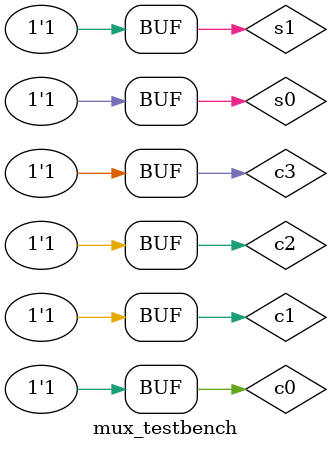
<source format=v>
`define DELAY 20
module mux_testbench(); 
reg c3,c2,c1,c0,s1,s0;
wire out;

mux_4x1 muxx(out,c0,c1, c2, c3 ,s1,s0);

initial begin
c0 = 1'b0; c1 = 1'b0; c2 = 1'b0 ;c3 = 1'b0;s0 = 1'b0;s1 = 1'b0;
#`DELAY;
c0 = 1'b0; c1 = 1'b0; c2 = 1'b0 ;c3 = 1'b0;s0 = 1'b0;s1 = 1'b1;
#`DELAY;
c0 = 1'b0; c1 = 1'b0; c2 = 1'b0 ;c3 = 1'b0;s0 = 1'b1;s1 = 1'b0;
#`DELAY;
c0 = 1'b0; c1 = 1'b0; c2 = 1'b0 ;c3 = 1'b0;s0 = 1'b1;s1 = 1'b1;
#`DELAY;
c0 = 1'b0; c1 = 1'b0; c2 = 1'b0 ;c3 = 1'b1;s0 = 1'b0;s1 = 1'b0;
#`DELAY;
c0 = 1'b0; c1 = 1'b0; c2 = 1'b0 ;c3 = 1'b1;s0 = 1'b0;s1 = 1'b1;
#`DELAY;
c0 = 1'b0; c1 = 1'b0; c2 = 1'b0 ;c3 = 1'b1;s0 = 1'b1;s1 = 1'b0;
#`DELAY;
c0 = 1'b0; c1 = 1'b0; c2 = 1'b0 ;c3 = 1'b1;s0 = 1'b1;s1 = 1'b1;
#`DELAY;
c0 = 1'b0; c1 = 1'b0; c2 = 1'b1 ;c3 = 1'b0;s0 = 1'b0;s1 = 1'b0;
#`DELAY;
c0 = 1'b0; c1 = 1'b0; c2 = 1'b1 ;c3 = 1'b0;s0 = 1'b0;s1 = 1'b1;
#`DELAY;
c0 = 1'b0; c1 = 1'b0; c2 = 1'b1 ;c3 = 1'b0;s0 = 1'b1;s1 = 1'b0;
#`DELAY;
c0 = 1'b0; c1 = 1'b0; c2 = 1'b1 ;c3 = 1'b0;s0 = 1'b1;s1 = 1'b1;
#`DELAY;
c0 = 1'b0; c1 = 1'b0; c2 = 1'b1 ;c3 = 1'b1;s0 = 1'b0;s1 = 1'b0;
#`DELAY;
c0 = 1'b0; c1 = 1'b0; c2 = 1'b1 ;c3 = 1'b1;s0 = 1'b0;s1 = 1'b1;
#`DELAY;
c0 = 1'b0; c1 = 1'b0; c2 = 1'b1 ;c3 = 1'b1;s0 = 1'b1;s1 = 1'b0;
#`DELAY;
c0 = 1'b0; c1 = 1'b0; c2 = 1'b1 ;c3 = 1'b1;s0 = 1'b1;s1 = 1'b1;
#`DELAY;
c0 = 1'b0; c1 = 1'b1; c2 = 1'b0 ;c3 = 1'b0;s0 = 1'b0;s1 = 1'b0;
#`DELAY;
c0 = 1'b0; c1 = 1'b1; c2 = 1'b0 ;c3 = 1'b0;s0 = 1'b0;s1 = 1'b1;
#`DELAY;
c0 = 1'b0; c1 = 1'b1; c2 = 1'b0 ;c3 = 1'b0;s0 = 1'b1;s1 = 1'b0;
#`DELAY;
c0 = 1'b0; c1 = 1'b1; c2 = 1'b0 ;c3 = 1'b0;s0 = 1'b1;s1 = 1'b1;
#`DELAY;
c0 = 1'b0; c1 = 1'b1; c2 = 1'b0 ;c3 = 1'b1;s0 = 1'b0;s1 = 1'b0;
#`DELAY;
c0 = 1'b0; c1 = 1'b1; c2 = 1'b0 ;c3 = 1'b1;s0 = 1'b0;s1 = 1'b1;
#`DELAY;
c0 = 1'b0; c1 = 1'b1; c2 = 1'b0 ;c3 = 1'b1;s0 = 1'b1;s1 = 1'b0;
#`DELAY;
c0 = 1'b0; c1 = 1'b1; c2 = 1'b0 ;c3 = 1'b1;s0 = 1'b1;s1 = 1'b1;
#`DELAY;
c0 = 1'b0; c1 = 1'b1; c2 = 1'b1 ;c3 = 1'b0;s0 = 1'b0;s1 = 1'b0;
#`DELAY;
c0 = 1'b0; c1 = 1'b1; c2 = 1'b1 ;c3 = 1'b0;s0 = 1'b0;s1 = 1'b1;
#`DELAY;
c0 = 1'b0; c1 = 1'b1; c2 = 1'b1 ;c3 = 1'b0;s0 = 1'b1;s1 = 1'b0;
#`DELAY;
c0 = 1'b0; c1 = 1'b1; c2 = 1'b1 ;c3 = 1'b0;s0 = 1'b1;s1 = 1'b1;
#`DELAY;
c0 = 1'b0; c1 = 1'b1; c2 = 1'b1 ;c3 = 1'b1;s0 = 1'b0;s1 = 1'b0;
#`DELAY;
c0 = 1'b0; c1 = 1'b1; c2 = 1'b1 ;c3 = 1'b1;s0 = 1'b0;s1 = 1'b1;
#`DELAY;
c0 = 1'b0; c1 = 1'b1; c2 = 1'b1 ;c3 = 1'b1;s0 = 1'b1;s1 = 1'b0;
#`DELAY;
c0 = 1'b0; c1 = 1'b1; c2 = 1'b1 ;c3 = 1'b1;s0 = 1'b1;s1 = 1'b1;
#`DELAY;
c0 = 1'b1; c1 = 1'b0; c2 = 1'b0 ;c3 = 1'b0;s0 = 1'b0;s1 = 1'b0;
#`DELAY;
c0 = 1'b1; c1 = 1'b0; c2 = 1'b0 ;c3 = 1'b0;s0 = 1'b0;s1 = 1'b1;
#`DELAY;
c0 = 1'b1; c1 = 1'b0; c2 = 1'b0 ;c3 = 1'b0;s0 = 1'b1;s1 = 1'b0;
#`DELAY;
c0 = 1'b1; c1 = 1'b0; c2 = 1'b0 ;c3 = 1'b0;s0 = 1'b1;s1 = 1'b1;
#`DELAY;
c0 = 1'b1; c1 = 1'b0; c2 = 1'b0 ;c3 = 1'b1;s0 = 1'b0;s1 = 1'b0;
#`DELAY;
c0 = 1'b1; c1 = 1'b0; c2 = 1'b0 ;c3 = 1'b1;s0 = 1'b0;s1 = 1'b1;
#`DELAY;
c0 = 1'b1; c1 = 1'b0; c2 = 1'b0 ;c3 = 1'b1;s0 = 1'b1;s1 = 1'b0;
#`DELAY;
c0 = 1'b1; c1 = 1'b0; c2 = 1'b0 ;c3 = 1'b1;s0 = 1'b1;s1 = 1'b1;
#`DELAY;
c0 = 1'b1; c1 = 1'b0; c2 = 1'b1 ;c3 = 1'b0;s0 = 1'b0;s1 = 1'b0;
#`DELAY;
c0 = 1'b1; c1 = 1'b0; c2 = 1'b1 ;c3 = 1'b0;s0 = 1'b0;s1 = 1'b1;
#`DELAY;
c0 = 1'b1; c1 = 1'b0; c2 = 1'b1 ;c3 = 1'b0;s0 = 1'b1;s1 = 1'b0;
#`DELAY;
c0 = 1'b1; c1 = 1'b0; c2 = 1'b1 ;c3 = 1'b0;s0 = 1'b1;s1 = 1'b1;
#`DELAY;
c0 = 1'b1; c1 = 1'b0; c2 = 1'b1 ;c3 = 1'b1;s0 = 1'b0;s1 = 1'b0;
#`DELAY;
c0 = 1'b1; c1 = 1'b0; c2 = 1'b1 ;c3 = 1'b1;s0 = 1'b0;s1 = 1'b1;
#`DELAY;
c0 = 1'b1; c1 = 1'b0; c2 = 1'b1 ;c3 = 1'b1;s0 = 1'b1;s1 = 1'b0;
#`DELAY;
c0 = 1'b1; c1 = 1'b0; c2 = 1'b1 ;c3 = 1'b1;s0 = 1'b1;s1 = 1'b1;
#`DELAY;
c0 = 1'b1; c1 = 1'b1; c2 = 1'b0 ;c3 = 1'b0;s0 = 1'b0;s1 = 1'b0;
#`DELAY;
c0 = 1'b1; c1 = 1'b1; c2 = 1'b0 ;c3 = 1'b0;s0 = 1'b0;s1 = 1'b1;
#`DELAY;
c0 = 1'b1; c1 = 1'b1; c2 = 1'b0 ;c3 = 1'b0;s0 = 1'b1;s1 = 1'b0;
#`DELAY;
c0 = 1'b1; c1 = 1'b1; c2 = 1'b0 ;c3 = 1'b0;s0 = 1'b1;s1 = 1'b1;
#`DELAY;
c0 = 1'b1; c1 = 1'b1; c2 = 1'b0 ;c3 = 1'b1;s0 = 1'b0;s1 = 1'b0;
#`DELAY;
c0 = 1'b1; c1 = 1'b1; c2 = 1'b0 ;c3 = 1'b1;s0 = 1'b0;s1 = 1'b1;
#`DELAY;
c0 = 1'b1; c1 = 1'b1; c2 = 1'b0 ;c3 = 1'b1;s0 = 1'b1;s1 = 1'b0;
#`DELAY;
c0 = 1'b1; c1 = 1'b1; c2 = 1'b0 ;c3 = 1'b1;s0 = 1'b1;s1 = 1'b1;
#`DELAY;
c0 = 1'b1; c1 = 1'b1; c2 = 1'b1 ;c3 = 1'b0;s0 = 1'b0;s1 = 1'b0;
#`DELAY;
c0 = 1'b1; c1 = 1'b1; c2 = 1'b1 ;c3 = 1'b0;s0 = 1'b0;s1 = 1'b1;
#`DELAY;
c0 = 1'b1; c1 = 1'b1; c2 = 1'b1 ;c3 = 1'b0;s0 = 1'b1;s1 = 1'b0;
#`DELAY;
c0 = 1'b1; c1 = 1'b1; c2 = 1'b1 ;c3 = 1'b0;s0 = 1'b1;s1 = 1'b1;
#`DELAY;
c0 = 1'b1; c1 = 1'b1; c2 = 1'b1 ;c3 = 1'b1;s0 = 1'b0;s1 = 1'b0;
#`DELAY;
c0 = 1'b1; c1 = 1'b1; c2 = 1'b1 ;c3 = 1'b1;s0 = 1'b0;s1 = 1'b1;
#`DELAY;
c0 = 1'b1; c1 = 1'b1; c2 = 1'b1 ;c3 = 1'b1;s0 = 1'b1;s1 = 1'b0;
#`DELAY;
c0 = 1'b1; c1 = 1'b1; c2 = 1'b1 ;c3 = 1'b1;s0 = 1'b1;s1 = 1'b1;
#`DELAY;


end
 
initial
begin
$monitor("time = %2d, c0 =%1b, c1=%1b, c2=%1b, c3=%1b, s1=%1b , s0 = %1b, out =%1b"
, $time, c0, c1, c2, c3, s1,s0,out);
end
 
endmodule
</source>
